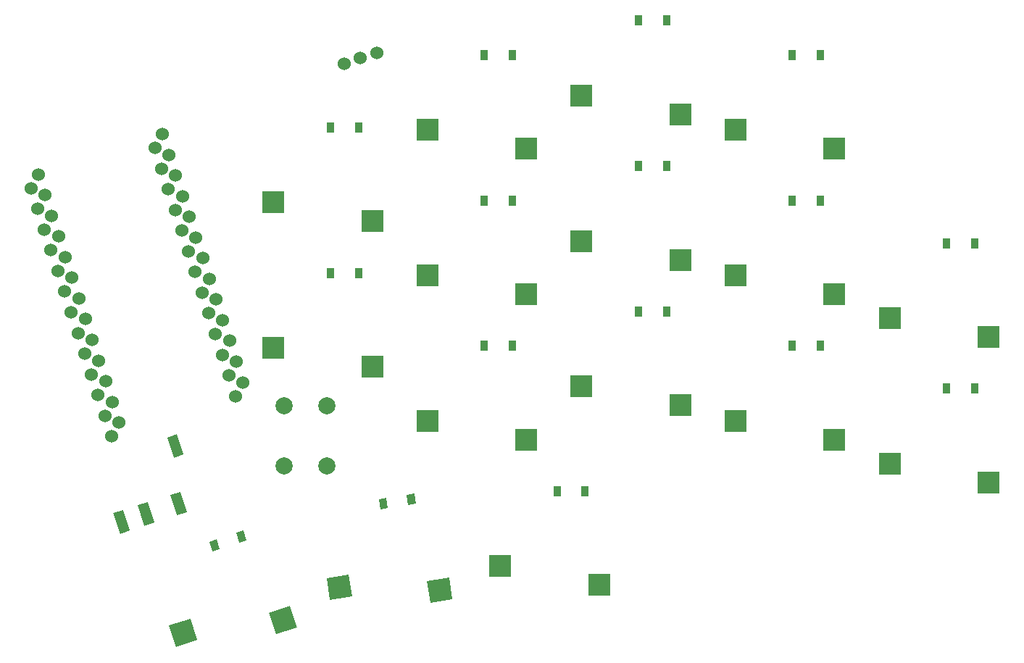
<source format=gbr>
%TF.GenerationSoftware,KiCad,Pcbnew,(5.1.8)-1*%
%TF.CreationDate,2021-08-08T13:00:58+02:00*%
%TF.ProjectId,miniki v2,6d696e69-6b69-4207-9632-2e6b69636164,rev?*%
%TF.SameCoordinates,Original*%
%TF.FileFunction,Paste,Bot*%
%TF.FilePolarity,Positive*%
%FSLAX46Y46*%
G04 Gerber Fmt 4.6, Leading zero omitted, Abs format (unit mm)*
G04 Created by KiCad (PCBNEW (5.1.8)-1) date 2021-08-08 13:00:58*
%MOMM*%
%LPD*%
G01*
G04 APERTURE LIST*
%ADD10R,0.900000X1.200000*%
%ADD11C,1.524000*%
%ADD12C,2.000000*%
%ADD13R,2.600000X2.600000*%
%ADD14C,0.100000*%
G04 APERTURE END LIST*
D10*
%TO.C,D18*%
X140350000Y-102000000D03*
X143650000Y-102000000D03*
%TD*%
%TO.C,D17*%
X140350000Y-85000000D03*
X143650000Y-85000000D03*
%TD*%
%TO.C,D15*%
X122350000Y-97000000D03*
X125650000Y-97000000D03*
%TD*%
%TO.C,D14*%
X122350000Y-80000000D03*
X125650000Y-80000000D03*
%TD*%
%TO.C,D13*%
X122350000Y-63000000D03*
X125650000Y-63000000D03*
%TD*%
%TO.C,D12*%
X94850000Y-114000000D03*
X98150000Y-114000000D03*
%TD*%
%TO.C,D11*%
X104350000Y-93000000D03*
X107650000Y-93000000D03*
%TD*%
%TO.C,D10*%
X104350000Y-76000000D03*
X107650000Y-76000000D03*
%TD*%
D11*
%TO.C,U1*%
X33393525Y-78586180D03*
X47887626Y-73876761D03*
X48756656Y-72259039D03*
X34262555Y-76968458D03*
X48672529Y-76292444D03*
X49457433Y-78708128D03*
X50242336Y-81123811D03*
X51027239Y-83539495D03*
X51812142Y-85955178D03*
X52597045Y-88370862D03*
X53381948Y-90786545D03*
X54166852Y-93202229D03*
X54951755Y-95617913D03*
X55736658Y-98033596D03*
X56521561Y-100449280D03*
X57306464Y-102864963D03*
X42812363Y-107574382D03*
X42027460Y-105158699D03*
X41242557Y-102743015D03*
X40457653Y-100327332D03*
X39672750Y-97911648D03*
X38887847Y-95495964D03*
X38102944Y-93080281D03*
X37318041Y-90664597D03*
X36533138Y-88248914D03*
X35748234Y-85833230D03*
X34963331Y-83417547D03*
X34178428Y-81001863D03*
X49522538Y-74680903D03*
X50307441Y-77096586D03*
X51092344Y-79512270D03*
X51877248Y-81927953D03*
X52662151Y-84343637D03*
X53447054Y-86759320D03*
X54231957Y-89175004D03*
X55016860Y-91590687D03*
X55801763Y-94006371D03*
X56586667Y-96422055D03*
X57371570Y-98837738D03*
X58156473Y-101253422D03*
X43681393Y-105956660D03*
X42896490Y-103540977D03*
X42111586Y-101125293D03*
X41326683Y-98709610D03*
X40541780Y-96293926D03*
X39756877Y-93878243D03*
X38971974Y-91462559D03*
X38187071Y-89046875D03*
X37402167Y-86631192D03*
X36617264Y-84215508D03*
X35832361Y-81799825D03*
X35047458Y-79384141D03*
%TD*%
D12*
%TO.C,Reset1*%
X63000000Y-104000000D03*
X68000000Y-104000000D03*
X68000000Y-111000000D03*
X63000000Y-111000000D03*
%TD*%
D11*
%TO.C,Power1*%
X73804226Y-62763932D03*
X71902113Y-63381966D03*
X70000000Y-64000000D03*
%TD*%
D13*
%TO.C,K18*%
X145275000Y-112950000D03*
X133725000Y-110750000D03*
%TD*%
%TO.C,K17*%
X145275000Y-95950000D03*
X133725000Y-93750000D03*
%TD*%
%TO.C,K15*%
X127275000Y-107950000D03*
X115725000Y-105750000D03*
%TD*%
%TO.C,K14*%
X127275000Y-90950000D03*
X115725000Y-88750000D03*
%TD*%
%TO.C,K13*%
X127275000Y-73950000D03*
X115725000Y-71750000D03*
%TD*%
%TO.C,K12*%
X99775000Y-124950000D03*
X88225000Y-122750000D03*
%TD*%
%TO.C,K11*%
X109275000Y-103950000D03*
X97725000Y-101750000D03*
%TD*%
%TO.C,K10*%
X109275000Y-86950000D03*
X97725000Y-84750000D03*
%TD*%
%TO.C,K9*%
X109275000Y-69950000D03*
X97725000Y-67750000D03*
%TD*%
D14*
%TO.C,K8*%
G36*
X80084834Y-127051783D02*
G01*
X79678104Y-124483793D01*
X82246094Y-124077063D01*
X82652824Y-126645053D01*
X80084834Y-127051783D01*
G37*
G36*
X68332878Y-126685686D02*
G01*
X67926148Y-124117696D01*
X70494138Y-123710966D01*
X70900868Y-126278956D01*
X68332878Y-126685686D01*
G37*
%TD*%
D13*
%TO.C,K7*%
X91275000Y-107950000D03*
X79725000Y-105750000D03*
%TD*%
%TO.C,K6*%
X91275000Y-90950000D03*
X79725000Y-88750000D03*
%TD*%
%TO.C,K5*%
X91275000Y-73950000D03*
X79725000Y-71750000D03*
%TD*%
D14*
%TO.C,K4*%
G36*
X62018710Y-130684852D02*
G01*
X61215265Y-128212105D01*
X63688012Y-127408660D01*
X64491457Y-129881407D01*
X62018710Y-130684852D01*
G37*
G36*
X50354170Y-132161674D02*
G01*
X49550725Y-129688927D01*
X52023472Y-128885482D01*
X52826917Y-131358229D01*
X50354170Y-132161674D01*
G37*
%TD*%
D13*
%TO.C,K2*%
X73275000Y-99450000D03*
X61725000Y-97250000D03*
%TD*%
%TO.C,K1*%
X73275000Y-82450000D03*
X61725000Y-80250000D03*
%TD*%
D14*
%TO.C,J1*%
G36*
X50092549Y-110067326D02*
G01*
X49320007Y-107689685D01*
X50461275Y-107318864D01*
X51233817Y-109696505D01*
X50092549Y-110067326D01*
G37*
G36*
X50457733Y-116783175D02*
G01*
X49685191Y-114405534D01*
X50826459Y-114034713D01*
X51599001Y-116412354D01*
X50457733Y-116783175D01*
G37*
G36*
X46653507Y-118019243D02*
G01*
X45880965Y-115641602D01*
X47022233Y-115270781D01*
X47794775Y-117648422D01*
X46653507Y-118019243D01*
G37*
G36*
X43800338Y-118946294D02*
G01*
X43027796Y-116568653D01*
X44169064Y-116197832D01*
X44941606Y-118575473D01*
X43800338Y-118946294D01*
G37*
%TD*%
D10*
%TO.C,D9*%
X104350000Y-59000000D03*
X107650000Y-59000000D03*
%TD*%
D14*
%TO.C,D8*%
G36*
X74219715Y-116121126D02*
G01*
X74031994Y-114935900D01*
X74920913Y-114795108D01*
X75108634Y-115980334D01*
X74219715Y-116121126D01*
G37*
G36*
X77479087Y-115604892D02*
G01*
X77291366Y-114419666D01*
X78180285Y-114278874D01*
X78368006Y-115464100D01*
X77479087Y-115604892D01*
G37*
%TD*%
D10*
%TO.C,D7*%
X86350000Y-97000000D03*
X89650000Y-97000000D03*
%TD*%
%TO.C,D6*%
X86350000Y-80000000D03*
X89650000Y-80000000D03*
%TD*%
%TO.C,D5*%
X86350000Y-63000000D03*
X89650000Y-63000000D03*
%TD*%
D14*
%TO.C,D4*%
G36*
X54588192Y-121019570D02*
G01*
X54217371Y-119878302D01*
X55073322Y-119600186D01*
X55444143Y-120741454D01*
X54588192Y-121019570D01*
G37*
G36*
X57726678Y-119999814D02*
G01*
X57355857Y-118858546D01*
X58211808Y-118580430D01*
X58582629Y-119721698D01*
X57726678Y-119999814D01*
G37*
%TD*%
D10*
%TO.C,D2*%
X68350000Y-88500000D03*
X71650000Y-88500000D03*
%TD*%
%TO.C,D1*%
X68350000Y-71500000D03*
X71650000Y-71500000D03*
%TD*%
M02*

</source>
